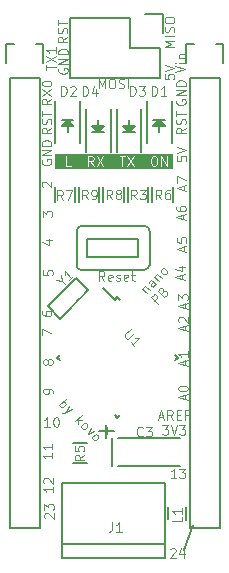
<source format=gto>
G04 #@! TF.GenerationSoftware,KiCad,Pcbnew,6.0.0-unknown-a40367c~86~ubuntu16.04.1*
G04 #@! TF.CreationDate,2019-05-10T13:23:40+02:00*
G04 #@! TF.ProjectId,arduino_nanoPB,61726475-696e-46f5-9f6e-616e6f50422e,rev?*
G04 #@! TF.SameCoordinates,Original*
G04 #@! TF.FileFunction,Legend,Top*
G04 #@! TF.FilePolarity,Positive*
%FSLAX46Y46*%
G04 Gerber Fmt 4.6, Leading zero omitted, Abs format (unit mm)*
G04 Created by KiCad (PCBNEW 6.0.0-unknown-a40367c~86~ubuntu16.04.1) date 2019-05-10 13:23:40*
%MOMM*%
%LPD*%
G04 APERTURE LIST*
%ADD10C,0.150000*%
%ADD11C,0.100000*%
%ADD12O,2.032000X1.727200*%
%ADD13R,2.032000X1.727200*%
%ADD14R,1.500000X1.400000*%
%ADD15C,0.550000*%
%ADD16C,2.540000*%
%ADD17R,2.148840X1.501140*%
%ADD18R,1.800860X1.597660*%
%ADD19R,0.400000X1.350000*%
%ADD20O,1.250000X0.950000*%
%ADD21O,1.000000X1.550000*%
%ADD22R,1.198880X1.600200*%
%ADD23R,1.727200X1.727200*%
%ADD24O,1.727200X1.727200*%
%ADD25R,1.300000X1.500000*%
%ADD26C,0.600000*%
%ADD27R,1.500000X1.300000*%
G04 APERTURE END LIST*
D10*
X153705560Y-110342680D02*
X152943560Y-112463580D01*
D11*
G36*
X151892000Y-80187800D02*
G01*
X142036800Y-80187800D01*
X142036800Y-78994000D01*
X151892000Y-78994000D01*
X151892000Y-80187800D01*
G37*
X151892000Y-80187800D02*
X142036800Y-80187800D01*
X142036800Y-78994000D01*
X151892000Y-78994000D01*
X151892000Y-80187800D01*
X145707257Y-73412304D02*
X145707257Y-72612304D01*
X145973923Y-73183733D01*
X146240590Y-72612304D01*
X146240590Y-73412304D01*
X146773923Y-72612304D02*
X146926304Y-72612304D01*
X147002495Y-72650400D01*
X147078685Y-72726590D01*
X147116780Y-72878971D01*
X147116780Y-73145638D01*
X147078685Y-73298019D01*
X147002495Y-73374209D01*
X146926304Y-73412304D01*
X146773923Y-73412304D01*
X146697733Y-73374209D01*
X146621542Y-73298019D01*
X146583447Y-73145638D01*
X146583447Y-72878971D01*
X146621542Y-72726590D01*
X146697733Y-72650400D01*
X146773923Y-72612304D01*
X147421542Y-73374209D02*
X147535828Y-73412304D01*
X147726304Y-73412304D01*
X147802495Y-73374209D01*
X147840590Y-73336114D01*
X147878685Y-73259923D01*
X147878685Y-73183733D01*
X147840590Y-73107542D01*
X147802495Y-73069447D01*
X147726304Y-73031352D01*
X147573923Y-72993257D01*
X147497733Y-72955161D01*
X147459638Y-72917066D01*
X147421542Y-72840876D01*
X147421542Y-72764685D01*
X147459638Y-72688495D01*
X147497733Y-72650400D01*
X147573923Y-72612304D01*
X147764400Y-72612304D01*
X147878685Y-72650400D01*
X148221542Y-73412304D02*
X148221542Y-72612304D01*
X151301504Y-72211923D02*
X151301504Y-72592876D01*
X151682457Y-72630971D01*
X151644361Y-72592876D01*
X151606266Y-72516685D01*
X151606266Y-72326209D01*
X151644361Y-72250019D01*
X151682457Y-72211923D01*
X151758647Y-72173828D01*
X151949123Y-72173828D01*
X152025314Y-72211923D01*
X152063409Y-72250019D01*
X152101504Y-72326209D01*
X152101504Y-72516685D01*
X152063409Y-72592876D01*
X152025314Y-72630971D01*
X151301504Y-71945257D02*
X152101504Y-71678590D01*
X151301504Y-71411923D01*
X152101504Y-69926209D02*
X151301504Y-69926209D01*
X151872933Y-69659542D01*
X151301504Y-69392876D01*
X152101504Y-69392876D01*
X152101504Y-69011923D02*
X151301504Y-69011923D01*
X152063409Y-68669066D02*
X152101504Y-68554780D01*
X152101504Y-68364304D01*
X152063409Y-68288114D01*
X152025314Y-68250019D01*
X151949123Y-68211923D01*
X151872933Y-68211923D01*
X151796742Y-68250019D01*
X151758647Y-68288114D01*
X151720552Y-68364304D01*
X151682457Y-68516685D01*
X151644361Y-68592876D01*
X151606266Y-68630971D01*
X151530076Y-68669066D01*
X151453885Y-68669066D01*
X151377695Y-68630971D01*
X151339600Y-68592876D01*
X151301504Y-68516685D01*
X151301504Y-68326209D01*
X151339600Y-68211923D01*
X151301504Y-67716685D02*
X151301504Y-67564304D01*
X151339600Y-67488114D01*
X151415790Y-67411923D01*
X151568171Y-67373828D01*
X151834838Y-67373828D01*
X151987219Y-67411923D01*
X152063409Y-67488114D01*
X152101504Y-67564304D01*
X152101504Y-67716685D01*
X152063409Y-67792876D01*
X151987219Y-67869066D01*
X151834838Y-67907161D01*
X151568171Y-67907161D01*
X151415790Y-67869066D01*
X151339600Y-67792876D01*
X151301504Y-67716685D01*
X142348000Y-71729523D02*
X142309904Y-71805714D01*
X142309904Y-71920000D01*
X142348000Y-72034285D01*
X142424190Y-72110476D01*
X142500380Y-72148571D01*
X142652761Y-72186666D01*
X142767047Y-72186666D01*
X142919428Y-72148571D01*
X142995619Y-72110476D01*
X143071809Y-72034285D01*
X143109904Y-71920000D01*
X143109904Y-71843809D01*
X143071809Y-71729523D01*
X143033714Y-71691428D01*
X142767047Y-71691428D01*
X142767047Y-71843809D01*
X143109904Y-71348571D02*
X142309904Y-71348571D01*
X143109904Y-70891428D01*
X142309904Y-70891428D01*
X143109904Y-70510476D02*
X142309904Y-70510476D01*
X142309904Y-70320000D01*
X142348000Y-70205714D01*
X142424190Y-70129523D01*
X142500380Y-70091428D01*
X142652761Y-70053333D01*
X142767047Y-70053333D01*
X142919428Y-70091428D01*
X142995619Y-70129523D01*
X143071809Y-70205714D01*
X143109904Y-70320000D01*
X143109904Y-70510476D01*
X143059104Y-69068895D02*
X142678152Y-69335561D01*
X143059104Y-69526038D02*
X142259104Y-69526038D01*
X142259104Y-69221276D01*
X142297200Y-69145085D01*
X142335295Y-69106990D01*
X142411485Y-69068895D01*
X142525771Y-69068895D01*
X142601961Y-69106990D01*
X142640057Y-69145085D01*
X142678152Y-69221276D01*
X142678152Y-69526038D01*
X143021009Y-68764133D02*
X143059104Y-68649847D01*
X143059104Y-68459371D01*
X143021009Y-68383180D01*
X142982914Y-68345085D01*
X142906723Y-68306990D01*
X142830533Y-68306990D01*
X142754342Y-68345085D01*
X142716247Y-68383180D01*
X142678152Y-68459371D01*
X142640057Y-68611752D01*
X142601961Y-68687942D01*
X142563866Y-68726038D01*
X142487676Y-68764133D01*
X142411485Y-68764133D01*
X142335295Y-68726038D01*
X142297200Y-68687942D01*
X142259104Y-68611752D01*
X142259104Y-68421276D01*
X142297200Y-68306990D01*
X142259104Y-68078419D02*
X142259104Y-67621276D01*
X143059104Y-67849847D02*
X142259104Y-67849847D01*
X152215904Y-72066047D02*
X153015904Y-71799380D01*
X152215904Y-71532714D01*
X153015904Y-71266047D02*
X152482571Y-71266047D01*
X152215904Y-71266047D02*
X152254000Y-71304142D01*
X152292095Y-71266047D01*
X152254000Y-71227952D01*
X152215904Y-71266047D01*
X152292095Y-71266047D01*
X152482571Y-70885095D02*
X153015904Y-70885095D01*
X152558761Y-70885095D02*
X152520666Y-70847000D01*
X152482571Y-70770809D01*
X152482571Y-70656523D01*
X152520666Y-70580333D01*
X152596857Y-70542238D01*
X153015904Y-70542238D01*
X152317500Y-74396523D02*
X152279404Y-74472714D01*
X152279404Y-74587000D01*
X152317500Y-74701285D01*
X152393690Y-74777476D01*
X152469880Y-74815571D01*
X152622261Y-74853666D01*
X152736547Y-74853666D01*
X152888928Y-74815571D01*
X152965119Y-74777476D01*
X153041309Y-74701285D01*
X153079404Y-74587000D01*
X153079404Y-74510809D01*
X153041309Y-74396523D01*
X153003214Y-74358428D01*
X152736547Y-74358428D01*
X152736547Y-74510809D01*
X153079404Y-74015571D02*
X152279404Y-74015571D01*
X153079404Y-73558428D01*
X152279404Y-73558428D01*
X153079404Y-73177476D02*
X152279404Y-73177476D01*
X152279404Y-72987000D01*
X152317500Y-72872714D01*
X152393690Y-72796523D01*
X152469880Y-72758428D01*
X152622261Y-72720333D01*
X152736547Y-72720333D01*
X152888928Y-72758428D01*
X152965119Y-72796523D01*
X153041309Y-72872714D01*
X153079404Y-72987000D01*
X153079404Y-73177476D01*
X153079404Y-76765095D02*
X152698452Y-77031761D01*
X153079404Y-77222238D02*
X152279404Y-77222238D01*
X152279404Y-76917476D01*
X152317500Y-76841285D01*
X152355595Y-76803190D01*
X152431785Y-76765095D01*
X152546071Y-76765095D01*
X152622261Y-76803190D01*
X152660357Y-76841285D01*
X152698452Y-76917476D01*
X152698452Y-77222238D01*
X153041309Y-76460333D02*
X153079404Y-76346047D01*
X153079404Y-76155571D01*
X153041309Y-76079380D01*
X153003214Y-76041285D01*
X152927023Y-76003190D01*
X152850833Y-76003190D01*
X152774642Y-76041285D01*
X152736547Y-76079380D01*
X152698452Y-76155571D01*
X152660357Y-76307952D01*
X152622261Y-76384142D01*
X152584166Y-76422238D01*
X152507976Y-76460333D01*
X152431785Y-76460333D01*
X152355595Y-76422238D01*
X152317500Y-76384142D01*
X152279404Y-76307952D01*
X152279404Y-76117476D01*
X152317500Y-76003190D01*
X152279404Y-75774619D02*
X152279404Y-75317476D01*
X153079404Y-75546047D02*
X152279404Y-75546047D01*
X152342904Y-79146380D02*
X152342904Y-79527333D01*
X152723857Y-79565428D01*
X152685761Y-79527333D01*
X152647666Y-79451142D01*
X152647666Y-79260666D01*
X152685761Y-79184476D01*
X152723857Y-79146380D01*
X152800047Y-79108285D01*
X152990523Y-79108285D01*
X153066714Y-79146380D01*
X153104809Y-79184476D01*
X153142904Y-79260666D01*
X153142904Y-79451142D01*
X153104809Y-79527333D01*
X153066714Y-79565428D01*
X152342904Y-78879714D02*
X153142904Y-78613047D01*
X152342904Y-78346380D01*
X152914333Y-82041928D02*
X152914333Y-81660976D01*
X153142904Y-82118119D02*
X152342904Y-81851452D01*
X153142904Y-81584785D01*
X152342904Y-81394309D02*
X152342904Y-80860976D01*
X153142904Y-81203833D01*
X152850833Y-84518428D02*
X152850833Y-84137476D01*
X153079404Y-84594619D02*
X152279404Y-84327952D01*
X153079404Y-84061285D01*
X152279404Y-83451761D02*
X152279404Y-83604142D01*
X152317500Y-83680333D01*
X152355595Y-83718428D01*
X152469880Y-83794619D01*
X152622261Y-83832714D01*
X152927023Y-83832714D01*
X153003214Y-83794619D01*
X153041309Y-83756523D01*
X153079404Y-83680333D01*
X153079404Y-83527952D01*
X153041309Y-83451761D01*
X153003214Y-83413666D01*
X152927023Y-83375571D01*
X152736547Y-83375571D01*
X152660357Y-83413666D01*
X152622261Y-83451761D01*
X152584166Y-83527952D01*
X152584166Y-83680333D01*
X152622261Y-83756523D01*
X152660357Y-83794619D01*
X152736547Y-83832714D01*
X152914333Y-87185428D02*
X152914333Y-86804476D01*
X153142904Y-87261619D02*
X152342904Y-86994952D01*
X153142904Y-86728285D01*
X152342904Y-86080666D02*
X152342904Y-86461619D01*
X152723857Y-86499714D01*
X152685761Y-86461619D01*
X152647666Y-86385428D01*
X152647666Y-86194952D01*
X152685761Y-86118761D01*
X152723857Y-86080666D01*
X152800047Y-86042571D01*
X152990523Y-86042571D01*
X153066714Y-86080666D01*
X153104809Y-86118761D01*
X153142904Y-86194952D01*
X153142904Y-86385428D01*
X153104809Y-86461619D01*
X153066714Y-86499714D01*
X152787333Y-89598428D02*
X152787333Y-89217476D01*
X153015904Y-89674619D02*
X152215904Y-89407952D01*
X153015904Y-89141285D01*
X152482571Y-88531761D02*
X153015904Y-88531761D01*
X152177809Y-88722238D02*
X152749238Y-88912714D01*
X152749238Y-88417476D01*
X153041333Y-92011428D02*
X153041333Y-91630476D01*
X153269904Y-92087619D02*
X152469904Y-91820952D01*
X153269904Y-91554285D01*
X152469904Y-91363809D02*
X152469904Y-90868571D01*
X152774666Y-91135238D01*
X152774666Y-91020952D01*
X152812761Y-90944761D01*
X152850857Y-90906666D01*
X152927047Y-90868571D01*
X153117523Y-90868571D01*
X153193714Y-90906666D01*
X153231809Y-90944761D01*
X153269904Y-91020952D01*
X153269904Y-91249523D01*
X153231809Y-91325714D01*
X153193714Y-91363809D01*
X153041333Y-93916428D02*
X153041333Y-93535476D01*
X153269904Y-93992619D02*
X152469904Y-93725952D01*
X153269904Y-93459285D01*
X152546095Y-93230714D02*
X152508000Y-93192619D01*
X152469904Y-93116428D01*
X152469904Y-92925952D01*
X152508000Y-92849761D01*
X152546095Y-92811666D01*
X152622285Y-92773571D01*
X152698476Y-92773571D01*
X152812761Y-92811666D01*
X153269904Y-93268809D01*
X153269904Y-92773571D01*
X153041333Y-96837428D02*
X153041333Y-96456476D01*
X153269904Y-96913619D02*
X152469904Y-96646952D01*
X153269904Y-96380285D01*
X153269904Y-95694571D02*
X153269904Y-96151714D01*
X153269904Y-95923142D02*
X152469904Y-95923142D01*
X152584190Y-95999333D01*
X152660380Y-96075523D01*
X152698476Y-96151714D01*
X153041333Y-99758428D02*
X153041333Y-99377476D01*
X153269904Y-99834619D02*
X152469904Y-99567952D01*
X153269904Y-99301285D01*
X152469904Y-98882238D02*
X152469904Y-98806047D01*
X152508000Y-98729857D01*
X152546095Y-98691761D01*
X152622285Y-98653666D01*
X152774666Y-98615571D01*
X152965142Y-98615571D01*
X153117523Y-98653666D01*
X153193714Y-98691761D01*
X153231809Y-98729857D01*
X153269904Y-98806047D01*
X153269904Y-98882238D01*
X153231809Y-98958428D01*
X153193714Y-98996523D01*
X153117523Y-99034619D01*
X152965142Y-99072714D01*
X152774666Y-99072714D01*
X152622285Y-99034619D01*
X152546095Y-98996523D01*
X152508000Y-98958428D01*
X152469904Y-98882238D01*
X150815201Y-101245653D02*
X151196154Y-101245653D01*
X150739011Y-101474224D02*
X151005678Y-100674224D01*
X151272344Y-101474224D01*
X151996154Y-101474224D02*
X151729487Y-101093272D01*
X151539011Y-101474224D02*
X151539011Y-100674224D01*
X151843773Y-100674224D01*
X151919963Y-100712320D01*
X151958059Y-100750415D01*
X151996154Y-100826605D01*
X151996154Y-100940891D01*
X151958059Y-101017081D01*
X151919963Y-101055177D01*
X151843773Y-101093272D01*
X151539011Y-101093272D01*
X152339011Y-101055177D02*
X152605678Y-101055177D01*
X152719963Y-101474224D02*
X152339011Y-101474224D01*
X152339011Y-100674224D01*
X152719963Y-100674224D01*
X153329487Y-101055177D02*
X153062820Y-101055177D01*
X153062820Y-101474224D02*
X153062820Y-100674224D01*
X153443773Y-100674224D01*
X151107263Y-101923904D02*
X151602501Y-101923904D01*
X151335835Y-102228666D01*
X151450120Y-102228666D01*
X151526311Y-102266761D01*
X151564406Y-102304857D01*
X151602501Y-102381047D01*
X151602501Y-102571523D01*
X151564406Y-102647714D01*
X151526311Y-102685809D01*
X151450120Y-102723904D01*
X151221549Y-102723904D01*
X151145359Y-102685809D01*
X151107263Y-102647714D01*
X151831073Y-101923904D02*
X152097740Y-102723904D01*
X152364406Y-101923904D01*
X152554882Y-101923904D02*
X153050120Y-101923904D01*
X152783454Y-102228666D01*
X152897740Y-102228666D01*
X152973930Y-102266761D01*
X153012025Y-102304857D01*
X153050120Y-102381047D01*
X153050120Y-102571523D01*
X153012025Y-102647714D01*
X152973930Y-102685809D01*
X152897740Y-102723904D01*
X152669168Y-102723904D01*
X152592978Y-102685809D01*
X152554882Y-102647714D01*
X151767616Y-112414095D02*
X151805711Y-112376000D01*
X151881901Y-112337904D01*
X152072378Y-112337904D01*
X152148568Y-112376000D01*
X152186663Y-112414095D01*
X152224759Y-112490285D01*
X152224759Y-112566476D01*
X152186663Y-112680761D01*
X151729520Y-113137904D01*
X152224759Y-113137904D01*
X152910473Y-112604571D02*
X152910473Y-113137904D01*
X152719997Y-112299809D02*
X152529520Y-112871238D01*
X153024759Y-112871238D01*
X152278099Y-106401824D02*
X151820956Y-106401824D01*
X152049527Y-106401824D02*
X152049527Y-105601824D01*
X151973337Y-105716110D01*
X151897146Y-105792300D01*
X151820956Y-105830396D01*
X152544765Y-105601824D02*
X153040003Y-105601824D01*
X152773337Y-105906586D01*
X152887622Y-105906586D01*
X152963813Y-105944681D01*
X153001908Y-105982777D01*
X153040003Y-106058967D01*
X153040003Y-106249443D01*
X153001908Y-106325634D01*
X152963813Y-106363729D01*
X152887622Y-106401824D01*
X152659051Y-106401824D01*
X152582860Y-106363729D01*
X152544765Y-106325634D01*
X141179595Y-109829523D02*
X141141500Y-109791428D01*
X141103404Y-109715238D01*
X141103404Y-109524761D01*
X141141500Y-109448571D01*
X141179595Y-109410476D01*
X141255785Y-109372380D01*
X141331976Y-109372380D01*
X141446261Y-109410476D01*
X141903404Y-109867619D01*
X141903404Y-109372380D01*
X141103404Y-109105714D02*
X141103404Y-108610476D01*
X141408166Y-108877142D01*
X141408166Y-108762857D01*
X141446261Y-108686666D01*
X141484357Y-108648571D01*
X141560547Y-108610476D01*
X141751023Y-108610476D01*
X141827214Y-108648571D01*
X141865309Y-108686666D01*
X141903404Y-108762857D01*
X141903404Y-108991428D01*
X141865309Y-109067619D01*
X141827214Y-109105714D01*
X141839904Y-107149880D02*
X141839904Y-107607023D01*
X141839904Y-107378452D02*
X141039904Y-107378452D01*
X141154190Y-107454642D01*
X141230380Y-107530833D01*
X141268476Y-107607023D01*
X141116095Y-106845119D02*
X141078000Y-106807023D01*
X141039904Y-106730833D01*
X141039904Y-106540357D01*
X141078000Y-106464166D01*
X141116095Y-106426071D01*
X141192285Y-106387976D01*
X141268476Y-106387976D01*
X141382761Y-106426071D01*
X141839904Y-106883214D01*
X141839904Y-106387976D01*
X141763704Y-104292380D02*
X141763704Y-104749523D01*
X141763704Y-104520952D02*
X140963704Y-104520952D01*
X141077990Y-104597142D01*
X141154180Y-104673333D01*
X141192276Y-104749523D01*
X141763704Y-103530476D02*
X141763704Y-103987619D01*
X141763704Y-103759047D02*
X140963704Y-103759047D01*
X141077990Y-103835238D01*
X141154180Y-103911428D01*
X141192276Y-103987619D01*
X141579619Y-102063504D02*
X141122476Y-102063504D01*
X141351047Y-102063504D02*
X141351047Y-101263504D01*
X141274857Y-101377790D01*
X141198666Y-101453980D01*
X141122476Y-101492076D01*
X142074857Y-101263504D02*
X142151047Y-101263504D01*
X142227238Y-101301600D01*
X142265333Y-101339695D01*
X142303428Y-101415885D01*
X142341523Y-101568266D01*
X142341523Y-101758742D01*
X142303428Y-101911123D01*
X142265333Y-101987314D01*
X142227238Y-102025409D01*
X142151047Y-102063504D01*
X142074857Y-102063504D01*
X141998666Y-102025409D01*
X141960571Y-101987314D01*
X141922476Y-101911123D01*
X141884380Y-101758742D01*
X141884380Y-101568266D01*
X141922476Y-101415885D01*
X141960571Y-101339695D01*
X141998666Y-101301600D01*
X142074857Y-101263504D01*
X141839904Y-99212380D02*
X141839904Y-99060000D01*
X141801809Y-98983809D01*
X141763714Y-98945714D01*
X141649428Y-98869523D01*
X141497047Y-98831428D01*
X141192285Y-98831428D01*
X141116095Y-98869523D01*
X141078000Y-98907619D01*
X141039904Y-98983809D01*
X141039904Y-99136190D01*
X141078000Y-99212380D01*
X141116095Y-99250476D01*
X141192285Y-99288571D01*
X141382761Y-99288571D01*
X141458952Y-99250476D01*
X141497047Y-99212380D01*
X141535142Y-99136190D01*
X141535142Y-98983809D01*
X141497047Y-98907619D01*
X141458952Y-98869523D01*
X141382761Y-98831428D01*
X141382761Y-96659690D02*
X141344666Y-96735880D01*
X141306571Y-96773976D01*
X141230380Y-96812071D01*
X141192285Y-96812071D01*
X141116095Y-96773976D01*
X141078000Y-96735880D01*
X141039904Y-96659690D01*
X141039904Y-96507309D01*
X141078000Y-96431119D01*
X141116095Y-96393023D01*
X141192285Y-96354928D01*
X141230380Y-96354928D01*
X141306571Y-96393023D01*
X141344666Y-96431119D01*
X141382761Y-96507309D01*
X141382761Y-96659690D01*
X141420857Y-96735880D01*
X141458952Y-96773976D01*
X141535142Y-96812071D01*
X141687523Y-96812071D01*
X141763714Y-96773976D01*
X141801809Y-96735880D01*
X141839904Y-96659690D01*
X141839904Y-96507309D01*
X141801809Y-96431119D01*
X141763714Y-96393023D01*
X141687523Y-96354928D01*
X141535142Y-96354928D01*
X141458952Y-96393023D01*
X141420857Y-96431119D01*
X141382761Y-96507309D01*
X140912904Y-94310166D02*
X140912904Y-93776833D01*
X141712904Y-94119690D01*
X140912904Y-92303619D02*
X140912904Y-92456000D01*
X140951000Y-92532190D01*
X140989095Y-92570285D01*
X141103380Y-92646476D01*
X141255761Y-92684571D01*
X141560523Y-92684571D01*
X141636714Y-92646476D01*
X141674809Y-92608380D01*
X141712904Y-92532190D01*
X141712904Y-92379809D01*
X141674809Y-92303619D01*
X141636714Y-92265523D01*
X141560523Y-92227428D01*
X141370047Y-92227428D01*
X141293857Y-92265523D01*
X141255761Y-92303619D01*
X141217666Y-92379809D01*
X141217666Y-92532190D01*
X141255761Y-92608380D01*
X141293857Y-92646476D01*
X141370047Y-92684571D01*
X141039904Y-88836523D02*
X141039904Y-89217476D01*
X141420857Y-89255571D01*
X141382761Y-89217476D01*
X141344666Y-89141285D01*
X141344666Y-88950809D01*
X141382761Y-88874619D01*
X141420857Y-88836523D01*
X141497047Y-88798428D01*
X141687523Y-88798428D01*
X141763714Y-88836523D01*
X141801809Y-88874619D01*
X141839904Y-88950809D01*
X141839904Y-89141285D01*
X141801809Y-89217476D01*
X141763714Y-89255571D01*
X141243071Y-86271119D02*
X141776404Y-86271119D01*
X140938309Y-86461595D02*
X141509738Y-86652071D01*
X141509738Y-86156833D01*
X140976404Y-84277166D02*
X140976404Y-83781928D01*
X141281166Y-84048595D01*
X141281166Y-83934309D01*
X141319261Y-83858119D01*
X141357357Y-83820023D01*
X141433547Y-83781928D01*
X141624023Y-83781928D01*
X141700214Y-83820023D01*
X141738309Y-83858119D01*
X141776404Y-83934309D01*
X141776404Y-84162880D01*
X141738309Y-84239071D01*
X141700214Y-84277166D01*
X140989095Y-81762571D02*
X140951000Y-81724476D01*
X140912904Y-81648285D01*
X140912904Y-81457809D01*
X140951000Y-81381619D01*
X140989095Y-81343523D01*
X141065285Y-81305428D01*
X141141476Y-81305428D01*
X141255761Y-81343523D01*
X141712904Y-81800666D01*
X141712904Y-81305428D01*
X140951000Y-79476523D02*
X140912904Y-79552714D01*
X140912904Y-79667000D01*
X140951000Y-79781285D01*
X141027190Y-79857476D01*
X141103380Y-79895571D01*
X141255761Y-79933666D01*
X141370047Y-79933666D01*
X141522428Y-79895571D01*
X141598619Y-79857476D01*
X141674809Y-79781285D01*
X141712904Y-79667000D01*
X141712904Y-79590809D01*
X141674809Y-79476523D01*
X141636714Y-79438428D01*
X141370047Y-79438428D01*
X141370047Y-79590809D01*
X141712904Y-79095571D02*
X140912904Y-79095571D01*
X141712904Y-78638428D01*
X140912904Y-78638428D01*
X141712904Y-78257476D02*
X140912904Y-78257476D01*
X140912904Y-78067000D01*
X140951000Y-77952714D01*
X141027190Y-77876523D01*
X141103380Y-77838428D01*
X141255761Y-77800333D01*
X141370047Y-77800333D01*
X141522428Y-77838428D01*
X141598619Y-77876523D01*
X141674809Y-77952714D01*
X141712904Y-78067000D01*
X141712904Y-78257476D01*
X141712904Y-76765095D02*
X141331952Y-77031761D01*
X141712904Y-77222238D02*
X140912904Y-77222238D01*
X140912904Y-76917476D01*
X140951000Y-76841285D01*
X140989095Y-76803190D01*
X141065285Y-76765095D01*
X141179571Y-76765095D01*
X141255761Y-76803190D01*
X141293857Y-76841285D01*
X141331952Y-76917476D01*
X141331952Y-77222238D01*
X141674809Y-76460333D02*
X141712904Y-76346047D01*
X141712904Y-76155571D01*
X141674809Y-76079380D01*
X141636714Y-76041285D01*
X141560523Y-76003190D01*
X141484333Y-76003190D01*
X141408142Y-76041285D01*
X141370047Y-76079380D01*
X141331952Y-76155571D01*
X141293857Y-76307952D01*
X141255761Y-76384142D01*
X141217666Y-76422238D01*
X141141476Y-76460333D01*
X141065285Y-76460333D01*
X140989095Y-76422238D01*
X140951000Y-76384142D01*
X140912904Y-76307952D01*
X140912904Y-76117476D01*
X140951000Y-76003190D01*
X140912904Y-75774619D02*
X140912904Y-75317476D01*
X141712904Y-75546047D02*
X140912904Y-75546047D01*
X141712904Y-74301285D02*
X141331952Y-74567952D01*
X141712904Y-74758428D02*
X140912904Y-74758428D01*
X140912904Y-74453666D01*
X140951000Y-74377476D01*
X140989095Y-74339380D01*
X141065285Y-74301285D01*
X141179571Y-74301285D01*
X141255761Y-74339380D01*
X141293857Y-74377476D01*
X141331952Y-74453666D01*
X141331952Y-74758428D01*
X140912904Y-74034619D02*
X141712904Y-73501285D01*
X140912904Y-73501285D02*
X141712904Y-74034619D01*
X140912904Y-73044142D02*
X140912904Y-72967952D01*
X140951000Y-72891761D01*
X140989095Y-72853666D01*
X141065285Y-72815571D01*
X141217666Y-72777476D01*
X141408142Y-72777476D01*
X141560523Y-72815571D01*
X141636714Y-72853666D01*
X141674809Y-72891761D01*
X141712904Y-72967952D01*
X141712904Y-73044142D01*
X141674809Y-73120333D01*
X141636714Y-73158428D01*
X141560523Y-73196523D01*
X141408142Y-73234619D01*
X141217666Y-73234619D01*
X141065285Y-73196523D01*
X140989095Y-73158428D01*
X140951000Y-73120333D01*
X140912904Y-73044142D01*
X141293904Y-71856476D02*
X141293904Y-71399333D01*
X142093904Y-71627904D02*
X141293904Y-71627904D01*
X141293904Y-71208857D02*
X142093904Y-70675523D01*
X141293904Y-70675523D02*
X142093904Y-71208857D01*
X142093904Y-69951714D02*
X142093904Y-70408857D01*
X142093904Y-70180285D02*
X141293904Y-70180285D01*
X141408190Y-70256476D01*
X141484380Y-70332666D01*
X141522476Y-70408857D01*
X142355200Y-100245810D02*
X142920885Y-99680125D01*
X142705386Y-99895624D02*
X142786198Y-99922562D01*
X142893948Y-100030311D01*
X142920885Y-100111123D01*
X142920885Y-100164998D01*
X142893948Y-100245810D01*
X142732323Y-100407435D01*
X142651511Y-100434372D01*
X142597636Y-100434372D01*
X142516824Y-100407435D01*
X142409075Y-100299685D01*
X142382137Y-100218873D01*
X143190259Y-100326623D02*
X142947823Y-100838433D01*
X143459633Y-100595997D02*
X142947823Y-100838433D01*
X142759261Y-100919245D01*
X142705386Y-100919245D01*
X142624574Y-100892308D01*
X143729007Y-101619618D02*
X144294693Y-101053932D01*
X143998381Y-101457993D02*
X143944506Y-101835117D01*
X144321630Y-101457993D02*
X143890632Y-101457993D01*
X144267755Y-102158366D02*
X144240818Y-102077554D01*
X144240818Y-102023679D01*
X144267755Y-101942867D01*
X144429380Y-101781242D01*
X144510192Y-101754305D01*
X144564067Y-101754305D01*
X144644879Y-101781242D01*
X144725691Y-101862054D01*
X144752628Y-101942867D01*
X144752628Y-101996741D01*
X144725691Y-102077554D01*
X144564067Y-102239178D01*
X144483254Y-102266115D01*
X144429380Y-102266115D01*
X144348567Y-102239178D01*
X144267755Y-102158366D01*
X145022002Y-102158366D02*
X144779566Y-102670176D01*
X145291376Y-102427740D01*
X145210564Y-103101175D02*
X145183627Y-103020363D01*
X145183627Y-102966488D01*
X145210564Y-102885676D01*
X145372189Y-102724051D01*
X145453001Y-102697114D01*
X145506876Y-102697114D01*
X145587688Y-102724051D01*
X145668500Y-102804863D01*
X145695437Y-102885676D01*
X145695437Y-102939550D01*
X145668500Y-103020363D01*
X145506876Y-103181987D01*
X145426063Y-103208924D01*
X145372189Y-103208924D01*
X145291376Y-103181987D01*
X145210564Y-103101175D01*
X149409011Y-90373713D02*
X149786135Y-90750837D01*
X149462886Y-90427588D02*
X149462886Y-90373713D01*
X149489823Y-90292901D01*
X149570636Y-90212089D01*
X149651448Y-90185151D01*
X149732260Y-90212089D01*
X150028571Y-90508400D01*
X150540382Y-89996590D02*
X150244071Y-89700278D01*
X150163258Y-89673341D01*
X150082446Y-89700278D01*
X149974697Y-89808028D01*
X149947759Y-89888840D01*
X150513445Y-89969652D02*
X150486507Y-90050464D01*
X150351820Y-90185151D01*
X150271008Y-90212089D01*
X150190196Y-90185151D01*
X150136321Y-90131277D01*
X150109384Y-90050464D01*
X150136321Y-89969652D01*
X150271008Y-89834965D01*
X150297945Y-89754153D01*
X150432632Y-89350092D02*
X150809756Y-89727216D01*
X150486507Y-89403967D02*
X150486507Y-89350092D01*
X150513445Y-89269280D01*
X150594257Y-89188468D01*
X150675069Y-89161530D01*
X150755881Y-89188468D01*
X151052193Y-89484779D01*
X151402379Y-89134593D02*
X151321567Y-89161530D01*
X151267692Y-89161530D01*
X151186880Y-89134593D01*
X151025255Y-88972968D01*
X150998318Y-88892156D01*
X150998318Y-88838281D01*
X151025255Y-88757469D01*
X151106067Y-88676657D01*
X151186880Y-88649720D01*
X151240754Y-88649720D01*
X151321567Y-88676657D01*
X151483191Y-88838281D01*
X151510128Y-88919094D01*
X151510128Y-88972968D01*
X151483191Y-89053781D01*
X151402379Y-89134593D01*
X150705374Y-91670076D02*
X150139688Y-91104390D01*
X150355188Y-90888891D01*
X150436000Y-90861954D01*
X150489875Y-90861954D01*
X150570687Y-90888891D01*
X150651499Y-90969703D01*
X150678436Y-91050516D01*
X150678436Y-91104390D01*
X150651499Y-91185203D01*
X150436000Y-91400702D01*
X151163310Y-90619517D02*
X151271059Y-90565642D01*
X151324934Y-90565642D01*
X151405746Y-90592580D01*
X151486558Y-90673392D01*
X151513496Y-90754204D01*
X151513496Y-90808079D01*
X151486558Y-90888891D01*
X151271059Y-91104390D01*
X150705374Y-90538705D01*
X150893936Y-90350143D01*
X150974748Y-90323206D01*
X151028623Y-90323206D01*
X151109435Y-90350143D01*
X151163310Y-90404018D01*
X151190247Y-90484830D01*
X151190247Y-90538705D01*
X151163310Y-90619517D01*
X150974748Y-90808079D01*
X146202523Y-89719104D02*
X145935857Y-89338152D01*
X145745380Y-89719104D02*
X145745380Y-88919104D01*
X146050142Y-88919104D01*
X146126333Y-88957200D01*
X146164428Y-88995295D01*
X146202523Y-89071485D01*
X146202523Y-89185771D01*
X146164428Y-89261961D01*
X146126333Y-89300057D01*
X146050142Y-89338152D01*
X145745380Y-89338152D01*
X146850142Y-89681009D02*
X146773952Y-89719104D01*
X146621571Y-89719104D01*
X146545380Y-89681009D01*
X146507285Y-89604819D01*
X146507285Y-89300057D01*
X146545380Y-89223866D01*
X146621571Y-89185771D01*
X146773952Y-89185771D01*
X146850142Y-89223866D01*
X146888238Y-89300057D01*
X146888238Y-89376247D01*
X146507285Y-89452438D01*
X147193000Y-89681009D02*
X147269190Y-89719104D01*
X147421571Y-89719104D01*
X147497761Y-89681009D01*
X147535857Y-89604819D01*
X147535857Y-89566723D01*
X147497761Y-89490533D01*
X147421571Y-89452438D01*
X147307285Y-89452438D01*
X147231095Y-89414342D01*
X147193000Y-89338152D01*
X147193000Y-89300057D01*
X147231095Y-89223866D01*
X147307285Y-89185771D01*
X147421571Y-89185771D01*
X147497761Y-89223866D01*
X148183476Y-89681009D02*
X148107285Y-89719104D01*
X147954904Y-89719104D01*
X147878714Y-89681009D01*
X147840619Y-89604819D01*
X147840619Y-89300057D01*
X147878714Y-89223866D01*
X147954904Y-89185771D01*
X148107285Y-89185771D01*
X148183476Y-89223866D01*
X148221571Y-89300057D01*
X148221571Y-89376247D01*
X147840619Y-89452438D01*
X148450142Y-89185771D02*
X148754904Y-89185771D01*
X148564428Y-88919104D02*
X148564428Y-89604819D01*
X148602523Y-89681009D01*
X148678714Y-89719104D01*
X148754904Y-89719104D01*
D10*
X153136000Y-69697000D02*
X156236000Y-69697000D01*
X153136000Y-71247000D02*
X153136000Y-69697000D01*
X155956000Y-72517000D02*
X153416000Y-72517000D01*
X156236000Y-69697000D02*
X156236000Y-71247000D01*
X155956000Y-110617000D02*
X155956000Y-72517000D01*
X153416000Y-110617000D02*
X155956000Y-110617000D01*
X153416000Y-72517000D02*
X153416000Y-110617000D01*
X150017420Y-88375640D02*
X150017420Y-85475640D01*
X143845020Y-85475640D02*
X143845020Y-88425640D01*
X149080220Y-87687640D02*
X144762220Y-87687640D01*
X144762220Y-87687640D02*
X144762220Y-86163640D01*
X144762220Y-86163640D02*
X149080220Y-86163640D01*
X149080220Y-86163640D02*
X149080220Y-87687640D01*
X144195020Y-88775640D02*
G75*
G02X143845020Y-88425640I0J350000D01*
G01*
X150016864Y-88348012D02*
G75*
G02X149567420Y-88775640I-449444J22372D01*
G01*
X149617420Y-85075640D02*
G75*
G02X150017420Y-85475640I0J-400000D01*
G01*
X143845020Y-85475640D02*
G75*
G02X144245020Y-85075640I400000J0D01*
G01*
X149567420Y-88775640D02*
X144195020Y-88775640D01*
X149617420Y-85075640D02*
X144245020Y-85075640D01*
X147300000Y-91088676D02*
X147070190Y-91318486D01*
X152426524Y-96215200D02*
X152196714Y-96445010D01*
X147300000Y-101341724D02*
X147529810Y-101111914D01*
X142173476Y-96215200D02*
X142403286Y-95985390D01*
X147300000Y-91088676D02*
X147529810Y-91318486D01*
X142173476Y-96215200D02*
X142403286Y-96445010D01*
X147300000Y-101341724D02*
X147070190Y-101111914D01*
X152426524Y-96215200D02*
X152196714Y-95985390D01*
X147070190Y-91318486D02*
X146062563Y-90310858D01*
X137896000Y-69697000D02*
X140996000Y-69697000D01*
X137896000Y-71247000D02*
X137896000Y-69697000D01*
X140716000Y-72517000D02*
X138176000Y-72517000D01*
X140996000Y-69697000D02*
X140996000Y-71247000D01*
X140716000Y-110617000D02*
X140716000Y-72517000D01*
X138176000Y-110617000D02*
X140716000Y-110617000D01*
X138176000Y-72517000D02*
X138176000Y-110617000D01*
X146872960Y-103027480D02*
X146872960Y-105425240D01*
X145770600Y-102428040D02*
X146969480Y-102428040D01*
X146370040Y-101927660D02*
X146370040Y-103027480D01*
X152570180Y-103027480D02*
X147368260Y-103027480D01*
X147368260Y-105425240D02*
X152570180Y-105425240D01*
X150337900Y-76629260D02*
X150837900Y-76129260D01*
X151337900Y-76629260D02*
X150337900Y-76629260D01*
X150837900Y-76129260D02*
X151337900Y-76629260D01*
X150837900Y-76629260D02*
X150837900Y-77129260D01*
X151337900Y-76129260D02*
X150337900Y-76129260D01*
X150787900Y-76429260D02*
X150837900Y-76379260D01*
X151037900Y-76429260D02*
X150787900Y-76429260D01*
X150837900Y-76229260D02*
X151037900Y-76429260D01*
X150537900Y-76529260D02*
X150837900Y-76229260D01*
X151137900Y-76529260D02*
X150537900Y-76529260D01*
X151887900Y-74479260D02*
X151887900Y-78079260D01*
X149787900Y-74479260D02*
X149787900Y-78079260D01*
X142028200Y-74466560D02*
X142028200Y-78066560D01*
X144128200Y-74466560D02*
X144128200Y-78066560D01*
X143378200Y-76516560D02*
X142778200Y-76516560D01*
X142778200Y-76516560D02*
X143078200Y-76216560D01*
X143078200Y-76216560D02*
X143278200Y-76416560D01*
X143278200Y-76416560D02*
X143028200Y-76416560D01*
X143028200Y-76416560D02*
X143078200Y-76366560D01*
X143578200Y-76116560D02*
X142578200Y-76116560D01*
X143078200Y-76616560D02*
X143078200Y-77116560D01*
X143078200Y-76116560D02*
X143578200Y-76616560D01*
X143578200Y-76616560D02*
X142578200Y-76616560D01*
X142578200Y-76616560D02*
X143078200Y-76116560D01*
X149322500Y-78779260D02*
X149322500Y-75179260D01*
X147222500Y-78779260D02*
X147222500Y-75179260D01*
X147972500Y-76729260D02*
X148572500Y-76729260D01*
X148572500Y-76729260D02*
X148272500Y-77029260D01*
X148272500Y-77029260D02*
X148072500Y-76829260D01*
X148072500Y-76829260D02*
X148322500Y-76829260D01*
X148322500Y-76829260D02*
X148272500Y-76879260D01*
X147772500Y-77129260D02*
X148772500Y-77129260D01*
X148272500Y-76629260D02*
X148272500Y-76129260D01*
X148272500Y-77129260D02*
X147772500Y-76629260D01*
X147772500Y-76629260D02*
X148772500Y-76629260D01*
X148772500Y-76629260D02*
X148272500Y-77129260D01*
X146169000Y-76616560D02*
X145669000Y-77116560D01*
X145169000Y-76616560D02*
X146169000Y-76616560D01*
X145669000Y-77116560D02*
X145169000Y-76616560D01*
X145669000Y-76616560D02*
X145669000Y-76116560D01*
X145169000Y-77116560D02*
X146169000Y-77116560D01*
X145719000Y-76816560D02*
X145669000Y-76866560D01*
X145469000Y-76816560D02*
X145719000Y-76816560D01*
X145669000Y-77016560D02*
X145469000Y-76816560D01*
X145969000Y-76716560D02*
X145669000Y-77016560D01*
X145369000Y-76716560D02*
X145969000Y-76716560D01*
X144619000Y-78766560D02*
X144619000Y-75166560D01*
X146719000Y-78766560D02*
X146719000Y-75166560D01*
X142649100Y-113217460D02*
X151349100Y-113217460D01*
X142649100Y-106812460D02*
X151349100Y-106812460D01*
X151349100Y-106812460D02*
X151349100Y-113217460D01*
X151349100Y-111987460D02*
X142649100Y-111987460D01*
X142649100Y-113217460D02*
X142649100Y-106812460D01*
X151546560Y-108818680D02*
X151546560Y-109870240D01*
X153146760Y-109921040D02*
X153146760Y-108869480D01*
X148330000Y-67430000D02*
X143250000Y-67430000D01*
X151150000Y-67150000D02*
X151150000Y-68700000D01*
X150870000Y-69970000D02*
X148330000Y-69970000D01*
X148330000Y-69970000D02*
X148330000Y-67430000D01*
X143250000Y-67430000D02*
X143250000Y-72510000D01*
X143250000Y-72510000D02*
X148330000Y-72510000D01*
X151150000Y-67150000D02*
X149600000Y-67150000D01*
X150870000Y-72510000D02*
X150870000Y-69970000D01*
X148330000Y-72510000D02*
X150870000Y-72510000D01*
X149927280Y-81797600D02*
X149927280Y-82997600D01*
X148177280Y-82997600D02*
X148177280Y-81797600D01*
X150255000Y-82997600D02*
X150255000Y-81797600D01*
X152005000Y-81797600D02*
X152005000Y-82997600D01*
X141974600Y-82997600D02*
X141974600Y-81797600D01*
X143724600Y-81797600D02*
X143724600Y-82997600D01*
X147864800Y-81797600D02*
X147864800Y-82997600D01*
X146114800Y-82997600D02*
X146114800Y-81797600D01*
X144032000Y-82997600D02*
X144032000Y-81797600D01*
X145782000Y-81797600D02*
X145782000Y-82997600D01*
X142443200Y-92907060D02*
X144847363Y-90502897D01*
X144847363Y-90502897D02*
X143786703Y-89442237D01*
X143786703Y-89442237D02*
X141382540Y-91846400D01*
X141382540Y-91846400D02*
X142443200Y-92907060D01*
X144715800Y-105152160D02*
X143515800Y-105152160D01*
X143515800Y-103402160D02*
X144715800Y-103402160D01*
D11*
X148417981Y-93786421D02*
X147960045Y-94244357D01*
X147933108Y-94325169D01*
X147933108Y-94379044D01*
X147960045Y-94459856D01*
X148067795Y-94567606D01*
X148148607Y-94594543D01*
X148202482Y-94594543D01*
X148283294Y-94567606D01*
X148741230Y-94109670D01*
X148741230Y-95241041D02*
X148417981Y-94917792D01*
X148579606Y-95079416D02*
X149145291Y-94513731D01*
X149010604Y-94540668D01*
X148902854Y-94540668D01*
X148822042Y-94513731D01*
X149424406Y-102807734D02*
X149386311Y-102845829D01*
X149272025Y-102883924D01*
X149195835Y-102883924D01*
X149081549Y-102845829D01*
X149005359Y-102769639D01*
X148967263Y-102693448D01*
X148929168Y-102541067D01*
X148929168Y-102426781D01*
X148967263Y-102274400D01*
X149005359Y-102198210D01*
X149081549Y-102122020D01*
X149195835Y-102083924D01*
X149272025Y-102083924D01*
X149386311Y-102122020D01*
X149424406Y-102160115D01*
X149691073Y-102083924D02*
X150186311Y-102083924D01*
X149919644Y-102388686D01*
X150033930Y-102388686D01*
X150110120Y-102426781D01*
X150148216Y-102464877D01*
X150186311Y-102541067D01*
X150186311Y-102731543D01*
X150148216Y-102807734D01*
X150110120Y-102845829D01*
X150033930Y-102883924D01*
X149805359Y-102883924D01*
X149729168Y-102845829D01*
X149691073Y-102807734D01*
X146108458Y-102378502D02*
X146717981Y-102378502D01*
X146413220Y-102683264D02*
X146413220Y-102073740D01*
X150222023Y-74021904D02*
X150222023Y-73221904D01*
X150412500Y-73221904D01*
X150526785Y-73260000D01*
X150602976Y-73336190D01*
X150641071Y-73412380D01*
X150679166Y-73564761D01*
X150679166Y-73679047D01*
X150641071Y-73831428D01*
X150602976Y-73907619D01*
X150526785Y-73983809D01*
X150412500Y-74021904D01*
X150222023Y-74021904D01*
X151441071Y-74021904D02*
X150983928Y-74021904D01*
X151212500Y-74021904D02*
X151212500Y-73221904D01*
X151136309Y-73336190D01*
X151060119Y-73412380D01*
X150983928Y-73450476D01*
X142563923Y-74021904D02*
X142563923Y-73221904D01*
X142754400Y-73221904D01*
X142868685Y-73260000D01*
X142944876Y-73336190D01*
X142982971Y-73412380D01*
X143021066Y-73564761D01*
X143021066Y-73679047D01*
X142982971Y-73831428D01*
X142944876Y-73907619D01*
X142868685Y-73983809D01*
X142754400Y-74021904D01*
X142563923Y-74021904D01*
X143325828Y-73298095D02*
X143363923Y-73260000D01*
X143440114Y-73221904D01*
X143630590Y-73221904D01*
X143706780Y-73260000D01*
X143744876Y-73298095D01*
X143782971Y-73374285D01*
X143782971Y-73450476D01*
X143744876Y-73564761D01*
X143287733Y-74021904D01*
X143782971Y-74021904D01*
X148400843Y-74026984D02*
X148400843Y-73226984D01*
X148591320Y-73226984D01*
X148705605Y-73265080D01*
X148781796Y-73341270D01*
X148819891Y-73417460D01*
X148857986Y-73569841D01*
X148857986Y-73684127D01*
X148819891Y-73836508D01*
X148781796Y-73912699D01*
X148705605Y-73988889D01*
X148591320Y-74026984D01*
X148400843Y-74026984D01*
X149124653Y-73226984D02*
X149619891Y-73226984D01*
X149353224Y-73531746D01*
X149467510Y-73531746D01*
X149543700Y-73569841D01*
X149581796Y-73607937D01*
X149619891Y-73684127D01*
X149619891Y-73874603D01*
X149581796Y-73950794D01*
X149543700Y-73988889D01*
X149467510Y-74026984D01*
X149238939Y-74026984D01*
X149162748Y-73988889D01*
X149124653Y-73950794D01*
X144380023Y-74037144D02*
X144380023Y-73237144D01*
X144570500Y-73237144D01*
X144684785Y-73275240D01*
X144760976Y-73351430D01*
X144799071Y-73427620D01*
X144837166Y-73580001D01*
X144837166Y-73694287D01*
X144799071Y-73846668D01*
X144760976Y-73922859D01*
X144684785Y-73999049D01*
X144570500Y-74037144D01*
X144380023Y-74037144D01*
X145522880Y-73503811D02*
X145522880Y-74037144D01*
X145332404Y-73199049D02*
X145141928Y-73770478D01*
X145637166Y-73770478D01*
X146850133Y-110153504D02*
X146850133Y-110724933D01*
X146812038Y-110839219D01*
X146735847Y-110915409D01*
X146621561Y-110953504D01*
X146545371Y-110953504D01*
X147650133Y-110953504D02*
X147192990Y-110953504D01*
X147421561Y-110953504D02*
X147421561Y-110153504D01*
X147345371Y-110267790D01*
X147269180Y-110343980D01*
X147192990Y-110382076D01*
X152741584Y-109665753D02*
X152741584Y-110046705D01*
X151941584Y-110046705D01*
X152741584Y-108980039D02*
X152741584Y-109437181D01*
X152741584Y-109208610D02*
X151941584Y-109208610D01*
X152055870Y-109284800D01*
X152132060Y-109360991D01*
X152170156Y-109437181D01*
X148924026Y-82816664D02*
X148657360Y-82435712D01*
X148466883Y-82816664D02*
X148466883Y-82016664D01*
X148771645Y-82016664D01*
X148847836Y-82054760D01*
X148885931Y-82092855D01*
X148924026Y-82169045D01*
X148924026Y-82283331D01*
X148885931Y-82359521D01*
X148847836Y-82397617D01*
X148771645Y-82435712D01*
X148466883Y-82435712D01*
X149190693Y-82016664D02*
X149685931Y-82016664D01*
X149419264Y-82321426D01*
X149533550Y-82321426D01*
X149609740Y-82359521D01*
X149647836Y-82397617D01*
X149685931Y-82473807D01*
X149685931Y-82664283D01*
X149647836Y-82740474D01*
X149609740Y-82778569D01*
X149533550Y-82816664D01*
X149304979Y-82816664D01*
X149228788Y-82778569D01*
X149190693Y-82740474D01*
X151027146Y-82810304D02*
X150760480Y-82429352D01*
X150570003Y-82810304D02*
X150570003Y-82010304D01*
X150874765Y-82010304D01*
X150950956Y-82048400D01*
X150989051Y-82086495D01*
X151027146Y-82162685D01*
X151027146Y-82276971D01*
X150989051Y-82353161D01*
X150950956Y-82391257D01*
X150874765Y-82429352D01*
X150570003Y-82429352D01*
X151712860Y-82010304D02*
X151560480Y-82010304D01*
X151484289Y-82048400D01*
X151446194Y-82086495D01*
X151370003Y-82200780D01*
X151331908Y-82353161D01*
X151331908Y-82657923D01*
X151370003Y-82734114D01*
X151408099Y-82772209D01*
X151484289Y-82810304D01*
X151636670Y-82810304D01*
X151712860Y-82772209D01*
X151750956Y-82734114D01*
X151789051Y-82657923D01*
X151789051Y-82467447D01*
X151750956Y-82391257D01*
X151712860Y-82353161D01*
X151636670Y-82315066D01*
X151484289Y-82315066D01*
X151408099Y-82353161D01*
X151370003Y-82391257D01*
X151331908Y-82467447D01*
X142665466Y-82861104D02*
X142398800Y-82480152D01*
X142208323Y-82861104D02*
X142208323Y-82061104D01*
X142513085Y-82061104D01*
X142589276Y-82099200D01*
X142627371Y-82137295D01*
X142665466Y-82213485D01*
X142665466Y-82327771D01*
X142627371Y-82403961D01*
X142589276Y-82442057D01*
X142513085Y-82480152D01*
X142208323Y-82480152D01*
X142932133Y-82061104D02*
X143465466Y-82061104D01*
X143122609Y-82861104D01*
X146851386Y-82806504D02*
X146584720Y-82425552D01*
X146394243Y-82806504D02*
X146394243Y-82006504D01*
X146699005Y-82006504D01*
X146775196Y-82044600D01*
X146813291Y-82082695D01*
X146851386Y-82158885D01*
X146851386Y-82273171D01*
X146813291Y-82349361D01*
X146775196Y-82387457D01*
X146699005Y-82425552D01*
X146394243Y-82425552D01*
X147308529Y-82349361D02*
X147232339Y-82311266D01*
X147194243Y-82273171D01*
X147156148Y-82196980D01*
X147156148Y-82158885D01*
X147194243Y-82082695D01*
X147232339Y-82044600D01*
X147308529Y-82006504D01*
X147460910Y-82006504D01*
X147537100Y-82044600D01*
X147575196Y-82082695D01*
X147613291Y-82158885D01*
X147613291Y-82196980D01*
X147575196Y-82273171D01*
X147537100Y-82311266D01*
X147460910Y-82349361D01*
X147308529Y-82349361D01*
X147232339Y-82387457D01*
X147194243Y-82425552D01*
X147156148Y-82501742D01*
X147156148Y-82654123D01*
X147194243Y-82730314D01*
X147232339Y-82768409D01*
X147308529Y-82806504D01*
X147460910Y-82806504D01*
X147537100Y-82768409D01*
X147575196Y-82730314D01*
X147613291Y-82654123D01*
X147613291Y-82501742D01*
X147575196Y-82425552D01*
X147537100Y-82387457D01*
X147460910Y-82349361D01*
X144799066Y-82797604D02*
X144532400Y-82416652D01*
X144341923Y-82797604D02*
X144341923Y-81997604D01*
X144646685Y-81997604D01*
X144722876Y-82035700D01*
X144760971Y-82073795D01*
X144799066Y-82149985D01*
X144799066Y-82264271D01*
X144760971Y-82340461D01*
X144722876Y-82378557D01*
X144646685Y-82416652D01*
X144341923Y-82416652D01*
X145180019Y-82797604D02*
X145332400Y-82797604D01*
X145408590Y-82759509D01*
X145446685Y-82721414D01*
X145522876Y-82607128D01*
X145560971Y-82454747D01*
X145560971Y-82149985D01*
X145522876Y-82073795D01*
X145484780Y-82035700D01*
X145408590Y-81997604D01*
X145256209Y-81997604D01*
X145180019Y-82035700D01*
X145141923Y-82073795D01*
X145103828Y-82149985D01*
X145103828Y-82340461D01*
X145141923Y-82416652D01*
X145180019Y-82454747D01*
X145256209Y-82492842D01*
X145408590Y-82492842D01*
X145484780Y-82454747D01*
X145522876Y-82416652D01*
X145560971Y-82340461D01*
X142617557Y-89714705D02*
X142886931Y-89984079D01*
X142132684Y-89606955D02*
X142617557Y-89714705D01*
X142509807Y-89229832D01*
X143560366Y-89310644D02*
X143237117Y-89633893D01*
X143398741Y-89472268D02*
X142833056Y-88906583D01*
X142859993Y-89041270D01*
X142859993Y-89149019D01*
X142833056Y-89229832D01*
X144499304Y-104435893D02*
X144118352Y-104702560D01*
X144499304Y-104893036D02*
X143699304Y-104893036D01*
X143699304Y-104588274D01*
X143737400Y-104512083D01*
X143775495Y-104473988D01*
X143851685Y-104435893D01*
X143965971Y-104435893D01*
X144042161Y-104473988D01*
X144080257Y-104512083D01*
X144118352Y-104588274D01*
X144118352Y-104893036D01*
X143699304Y-103712083D02*
X143699304Y-104093036D01*
X144080257Y-104131131D01*
X144042161Y-104093036D01*
X144004066Y-104016845D01*
X144004066Y-103826369D01*
X144042161Y-103750179D01*
X144080257Y-103712083D01*
X144156447Y-103673988D01*
X144346923Y-103673988D01*
X144423114Y-103712083D01*
X144461209Y-103750179D01*
X144499304Y-103826369D01*
X144499304Y-104016845D01*
X144461209Y-104093036D01*
X144423114Y-104131131D01*
%LPC*%
X143332685Y-79965504D02*
X142951733Y-79965504D01*
X142951733Y-79165504D01*
X145275542Y-79965504D02*
X145008876Y-79584552D01*
X144818400Y-79965504D02*
X144818400Y-79165504D01*
X145123161Y-79165504D01*
X145199352Y-79203600D01*
X145237447Y-79241695D01*
X145275542Y-79317885D01*
X145275542Y-79432171D01*
X145237447Y-79508361D01*
X145199352Y-79546457D01*
X145123161Y-79584552D01*
X144818400Y-79584552D01*
X145542209Y-79165504D02*
X146075542Y-79965504D01*
X146075542Y-79165504D02*
X145542209Y-79965504D01*
X147485066Y-79165504D02*
X147942209Y-79165504D01*
X147713638Y-79965504D02*
X147713638Y-79165504D01*
X148132685Y-79165504D02*
X148666019Y-79965504D01*
X148666019Y-79165504D02*
X148132685Y-79965504D01*
X150342209Y-79165504D02*
X150494590Y-79165504D01*
X150570780Y-79203600D01*
X150646971Y-79279790D01*
X150685066Y-79432171D01*
X150685066Y-79698838D01*
X150646971Y-79851219D01*
X150570780Y-79927409D01*
X150494590Y-79965504D01*
X150342209Y-79965504D01*
X150266019Y-79927409D01*
X150189828Y-79851219D01*
X150151733Y-79698838D01*
X150151733Y-79432171D01*
X150189828Y-79279790D01*
X150266019Y-79203600D01*
X150342209Y-79165504D01*
X151027923Y-79965504D02*
X151027923Y-79165504D01*
X151485066Y-79965504D01*
X151485066Y-79165504D01*
D12*
X154686000Y-109347000D03*
X154686000Y-106807000D03*
X154686000Y-104267000D03*
X154686000Y-101727000D03*
X154686000Y-99187000D03*
X154686000Y-96647000D03*
X154686000Y-94107000D03*
X154686000Y-91567000D03*
X154686000Y-89027000D03*
X154686000Y-86487000D03*
X154686000Y-83947000D03*
X154686000Y-81407000D03*
X154686000Y-78867000D03*
X154686000Y-76327000D03*
X154686000Y-73787000D03*
D13*
X154686000Y-71247000D03*
D14*
X142906220Y-86925640D03*
X150959820Y-86934040D03*
D15*
X146274695Y-91230097D03*
D11*
G36*
X145514555Y-90858866D02*
G01*
X145903464Y-90469957D01*
X147034835Y-91601328D01*
X146645926Y-91990237D01*
X145514555Y-90858866D01*
X145514555Y-90858866D01*
G37*
D15*
X145709010Y-91795783D03*
D11*
G36*
X144948870Y-91424552D02*
G01*
X145337779Y-91035643D01*
X146469150Y-92167014D01*
X146080241Y-92555923D01*
X144948870Y-91424552D01*
X144948870Y-91424552D01*
G37*
D15*
X145143324Y-92361468D03*
D11*
G36*
X144383184Y-91990237D02*
G01*
X144772093Y-91601328D01*
X145903464Y-92732699D01*
X145514555Y-93121608D01*
X144383184Y-91990237D01*
X144383184Y-91990237D01*
G37*
D15*
X144577639Y-92927153D03*
D11*
G36*
X143817499Y-92555922D02*
G01*
X144206408Y-92167013D01*
X145337779Y-93298384D01*
X144948870Y-93687293D01*
X143817499Y-92555922D01*
X143817499Y-92555922D01*
G37*
D15*
X144011953Y-93492839D03*
D11*
G36*
X143251813Y-93121608D02*
G01*
X143640722Y-92732699D01*
X144772093Y-93864070D01*
X144383184Y-94252979D01*
X143251813Y-93121608D01*
X143251813Y-93121608D01*
G37*
D15*
X143446268Y-94058524D03*
D11*
G36*
X142686128Y-93687293D02*
G01*
X143075037Y-93298384D01*
X144206408Y-94429755D01*
X143817499Y-94818664D01*
X142686128Y-93687293D01*
X142686128Y-93687293D01*
G37*
D15*
X142880583Y-94624210D03*
D11*
G36*
X142120443Y-94252979D02*
G01*
X142509352Y-93864070D01*
X143640723Y-94995441D01*
X143251814Y-95384350D01*
X142120443Y-94252979D01*
X142120443Y-94252979D01*
G37*
D15*
X142314897Y-95189895D03*
D11*
G36*
X141554757Y-94818664D02*
G01*
X141943666Y-94429755D01*
X143075037Y-95561126D01*
X142686128Y-95950035D01*
X141554757Y-94818664D01*
X141554757Y-94818664D01*
G37*
D15*
X142314897Y-97240505D03*
D11*
G36*
X141943666Y-98000645D02*
G01*
X141554757Y-97611736D01*
X142686128Y-96480365D01*
X143075037Y-96869274D01*
X141943666Y-98000645D01*
X141943666Y-98000645D01*
G37*
D15*
X142880583Y-97806190D03*
D11*
G36*
X142509352Y-98566330D02*
G01*
X142120443Y-98177421D01*
X143251814Y-97046050D01*
X143640723Y-97434959D01*
X142509352Y-98566330D01*
X142509352Y-98566330D01*
G37*
D15*
X143446268Y-98371876D03*
D11*
G36*
X143075037Y-99132016D02*
G01*
X142686128Y-98743107D01*
X143817499Y-97611736D01*
X144206408Y-98000645D01*
X143075037Y-99132016D01*
X143075037Y-99132016D01*
G37*
D15*
X144011953Y-98937561D03*
D11*
G36*
X143640722Y-99697701D02*
G01*
X143251813Y-99308792D01*
X144383184Y-98177421D01*
X144772093Y-98566330D01*
X143640722Y-99697701D01*
X143640722Y-99697701D01*
G37*
D15*
X144577639Y-99503247D03*
D11*
G36*
X144206408Y-100263387D02*
G01*
X143817499Y-99874478D01*
X144948870Y-98743107D01*
X145337779Y-99132016D01*
X144206408Y-100263387D01*
X144206408Y-100263387D01*
G37*
D15*
X145143324Y-100068932D03*
D11*
G36*
X144772093Y-100829072D02*
G01*
X144383184Y-100440163D01*
X145514555Y-99308792D01*
X145903464Y-99697701D01*
X144772093Y-100829072D01*
X144772093Y-100829072D01*
G37*
D15*
X145709010Y-100634617D03*
D11*
G36*
X145337779Y-101394757D02*
G01*
X144948870Y-101005848D01*
X146080241Y-99874477D01*
X146469150Y-100263386D01*
X145337779Y-101394757D01*
X145337779Y-101394757D01*
G37*
D15*
X146274695Y-101200303D03*
D11*
G36*
X145903464Y-101960443D02*
G01*
X145514555Y-101571534D01*
X146645926Y-100440163D01*
X147034835Y-100829072D01*
X145903464Y-101960443D01*
X145903464Y-101960443D01*
G37*
D15*
X148325305Y-101200303D03*
D11*
G36*
X147565165Y-100829072D02*
G01*
X147954074Y-100440163D01*
X149085445Y-101571534D01*
X148696536Y-101960443D01*
X147565165Y-100829072D01*
X147565165Y-100829072D01*
G37*
D15*
X148890990Y-100634617D03*
D11*
G36*
X148130850Y-100263386D02*
G01*
X148519759Y-99874477D01*
X149651130Y-101005848D01*
X149262221Y-101394757D01*
X148130850Y-100263386D01*
X148130850Y-100263386D01*
G37*
D15*
X149456676Y-100068932D03*
D11*
G36*
X148696536Y-99697701D02*
G01*
X149085445Y-99308792D01*
X150216816Y-100440163D01*
X149827907Y-100829072D01*
X148696536Y-99697701D01*
X148696536Y-99697701D01*
G37*
D15*
X150022361Y-99503247D03*
D11*
G36*
X149262221Y-99132016D02*
G01*
X149651130Y-98743107D01*
X150782501Y-99874478D01*
X150393592Y-100263387D01*
X149262221Y-99132016D01*
X149262221Y-99132016D01*
G37*
D15*
X150588047Y-98937561D03*
D11*
G36*
X149827907Y-98566330D02*
G01*
X150216816Y-98177421D01*
X151348187Y-99308792D01*
X150959278Y-99697701D01*
X149827907Y-98566330D01*
X149827907Y-98566330D01*
G37*
D15*
X151153732Y-98371876D03*
D11*
G36*
X150393592Y-98000645D02*
G01*
X150782501Y-97611736D01*
X151913872Y-98743107D01*
X151524963Y-99132016D01*
X150393592Y-98000645D01*
X150393592Y-98000645D01*
G37*
D15*
X151719417Y-97806190D03*
D11*
G36*
X150959277Y-97434959D02*
G01*
X151348186Y-97046050D01*
X152479557Y-98177421D01*
X152090648Y-98566330D01*
X150959277Y-97434959D01*
X150959277Y-97434959D01*
G37*
D15*
X152285103Y-97240505D03*
D11*
G36*
X151524963Y-96869274D02*
G01*
X151913872Y-96480365D01*
X153045243Y-97611736D01*
X152656334Y-98000645D01*
X151524963Y-96869274D01*
X151524963Y-96869274D01*
G37*
D15*
X152285103Y-95189895D03*
D11*
G36*
X151913872Y-95950035D02*
G01*
X151524963Y-95561126D01*
X152656334Y-94429755D01*
X153045243Y-94818664D01*
X151913872Y-95950035D01*
X151913872Y-95950035D01*
G37*
D15*
X151719417Y-94624210D03*
D11*
G36*
X151348186Y-95384350D02*
G01*
X150959277Y-94995441D01*
X152090648Y-93864070D01*
X152479557Y-94252979D01*
X151348186Y-95384350D01*
X151348186Y-95384350D01*
G37*
D15*
X151153732Y-94058524D03*
D11*
G36*
X150782501Y-94818664D02*
G01*
X150393592Y-94429755D01*
X151524963Y-93298384D01*
X151913872Y-93687293D01*
X150782501Y-94818664D01*
X150782501Y-94818664D01*
G37*
D15*
X150588047Y-93492839D03*
D11*
G36*
X150216816Y-94252979D02*
G01*
X149827907Y-93864070D01*
X150959278Y-92732699D01*
X151348187Y-93121608D01*
X150216816Y-94252979D01*
X150216816Y-94252979D01*
G37*
D15*
X150022361Y-92927153D03*
D11*
G36*
X149651130Y-93687293D02*
G01*
X149262221Y-93298384D01*
X150393592Y-92167013D01*
X150782501Y-92555922D01*
X149651130Y-93687293D01*
X149651130Y-93687293D01*
G37*
D15*
X149456676Y-92361468D03*
D11*
G36*
X149085445Y-93121608D02*
G01*
X148696536Y-92732699D01*
X149827907Y-91601328D01*
X150216816Y-91990237D01*
X149085445Y-93121608D01*
X149085445Y-93121608D01*
G37*
D15*
X148890990Y-91795783D03*
D11*
G36*
X148519759Y-92555923D02*
G01*
X148130850Y-92167014D01*
X149262221Y-91035643D01*
X149651130Y-91424552D01*
X148519759Y-92555923D01*
X148519759Y-92555923D01*
G37*
D15*
X148325305Y-91230097D03*
D11*
G36*
X147954074Y-91990237D02*
G01*
X147565165Y-91601328D01*
X148696536Y-90469957D01*
X149085445Y-90858866D01*
X147954074Y-91990237D01*
X147954074Y-91990237D01*
G37*
D12*
X139446000Y-109347000D03*
X139446000Y-106807000D03*
X139446000Y-104267000D03*
X139446000Y-101727000D03*
X139446000Y-99187000D03*
X139446000Y-96647000D03*
X139446000Y-94107000D03*
X139446000Y-91567000D03*
X139446000Y-89027000D03*
X139446000Y-86487000D03*
X139446000Y-83947000D03*
X139446000Y-81407000D03*
X139446000Y-78867000D03*
X139446000Y-76327000D03*
X139446000Y-73787000D03*
D13*
X139446000Y-71247000D03*
D16*
X139446000Y-68707000D03*
X139400000Y-112100000D03*
X154700000Y-112100000D03*
X154686000Y-68707000D03*
D17*
X148468080Y-104226360D03*
X151470360Y-104226360D03*
D18*
X150837900Y-75209400D03*
X150837900Y-78049120D03*
X143078200Y-78036420D03*
X143078200Y-75196700D03*
X148272500Y-75209400D03*
X148272500Y-78049120D03*
X145669000Y-78036420D03*
X145669000Y-75196700D03*
D19*
X145699100Y-107837460D03*
X146349100Y-107837460D03*
X146999100Y-107837460D03*
X147649100Y-107837460D03*
X148299100Y-107837460D03*
D20*
X144499100Y-107837460D03*
X149499100Y-107837460D03*
D21*
X143499100Y-110537460D03*
X150499100Y-110537460D03*
D22*
X152346660Y-107569000D03*
X152346660Y-111170720D03*
D23*
X149600000Y-68700000D03*
D24*
X149600000Y-71240000D03*
X147060000Y-68700000D03*
X147060000Y-71240000D03*
X144520000Y-68700000D03*
X144520000Y-71240000D03*
D25*
X149052280Y-83747600D03*
X149052280Y-81047600D03*
X151130000Y-81047600D03*
X151130000Y-83747600D03*
X142849600Y-81047600D03*
X142849600Y-83747600D03*
X146989800Y-83747600D03*
X146989800Y-81047600D03*
X144907000Y-81047600D03*
X144907000Y-83747600D03*
D26*
X142443200Y-91846400D03*
D11*
G36*
X142690687Y-92518151D02*
G01*
X141771449Y-91598913D01*
X142195713Y-91174649D01*
X143114951Y-92093887D01*
X142690687Y-92518151D01*
X142690687Y-92518151D01*
G37*
D26*
X143786703Y-90502897D03*
D11*
G36*
X144034190Y-91174648D02*
G01*
X143114952Y-90255410D01*
X143539216Y-89831146D01*
X144458454Y-90750384D01*
X144034190Y-91174648D01*
X144034190Y-91174648D01*
G37*
D26*
X143114951Y-91174649D03*
D11*
G36*
X143362438Y-91846400D02*
G01*
X142443200Y-90927162D01*
X142867464Y-90502898D01*
X143786702Y-91422136D01*
X143362438Y-91846400D01*
X143362438Y-91846400D01*
G37*
D27*
X142765800Y-104277160D03*
X145465800Y-104277160D03*
M02*

</source>
